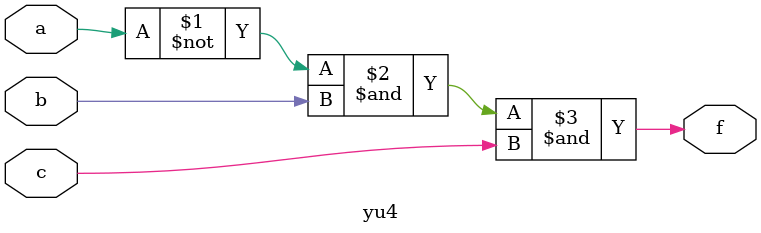
<source format=v>
`timescale 1ns / 1ps


module yu4(
    input a,
    input b,
    input c,
    output f
    );
    assign f= (~a)&b&c;
endmodule

</source>
